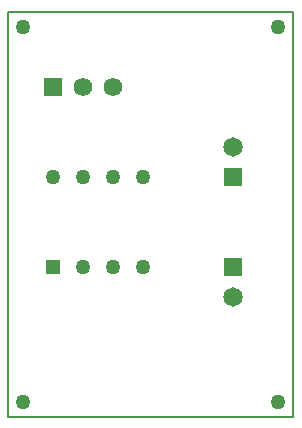
<source format=gbr>
G04 PROTEUS GERBER X2 FILE*
%TF.GenerationSoftware,Labcenter,Proteus,8.9-SP0-Build27865*%
%TF.CreationDate,2020-10-08T22:41:29+00:00*%
%TF.FileFunction,Copper,L1,Top*%
%TF.FilePolarity,Positive*%
%TF.Part,Single*%
%TF.SameCoordinates,{0b1cd8f1-c089-4694-997e-405263033d43}*%
%FSLAX45Y45*%
%MOMM*%
G01*
%TA.AperFunction,ViaPad*%
%ADD10C,1.270000*%
%TA.AperFunction,ComponentPad*%
%ADD11R,1.270000X1.270000*%
%ADD12C,1.270000*%
%TA.AperFunction,WasherPad*%
%ADD13R,1.650000X1.650000*%
%TA.AperFunction,ComponentPad*%
%ADD14C,1.650000*%
%TA.AperFunction,WasherPad*%
%ADD15R,1.580000X1.580000*%
%TA.AperFunction,ComponentPad*%
%ADD16C,1.580000*%
%TA.AperFunction,Profile*%
%ADD17C,0.203200*%
%TD.AperFunction*%
D10*
X+127000Y+127000D03*
X+2286000Y+127000D03*
X+2286000Y-3048000D03*
X+127000Y-3048000D03*
D11*
X+381000Y-1905000D03*
D12*
X+635000Y-1905000D03*
X+889000Y-1905000D03*
X+1143000Y-1905000D03*
X+1143000Y-1143000D03*
X+889000Y-1143000D03*
X+635000Y-1143000D03*
X+381000Y-1143000D03*
D13*
X+1905000Y-1143000D03*
D14*
X+1905000Y-889000D03*
D13*
X+1905000Y-1905000D03*
D14*
X+1905000Y-2159000D03*
D15*
X+381000Y-381000D03*
D16*
X+635000Y-381000D03*
X+889000Y-381000D03*
D17*
X+0Y-3175000D02*
X+2413000Y-3175000D01*
X+2413000Y+254000D01*
X+0Y+254000D01*
X+0Y-3175000D01*
M02*

</source>
